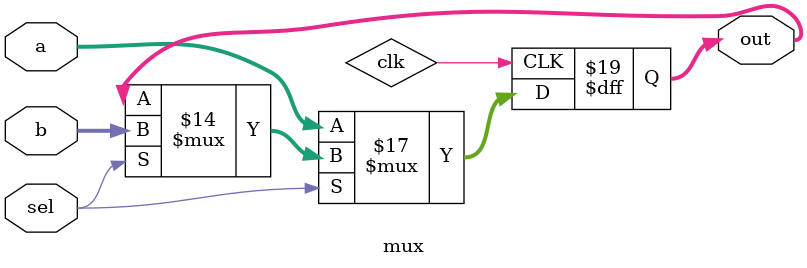
<source format=v>
module mux( 
input [4:0] a, b,
input sel,
output [4:0] out );
// When sel=0, assign a to out. 
// When sel=1, assign b to out. 
// When sel=2, assign a | b to out. 
// When sel=3, assign a & b to out. 
always @(posedge clk) begin
  if (sel == 0) begin
    out <= a;
  end else begin
    if (sel == 1) begin
      out <= b;
    end else begin
      if (sel == 2) begin
        out <= a | b;
      end else begin
        if (sel == 3) begin
          out <= a & b;
        end
      end
    end
  end
end
endmodule

</source>
